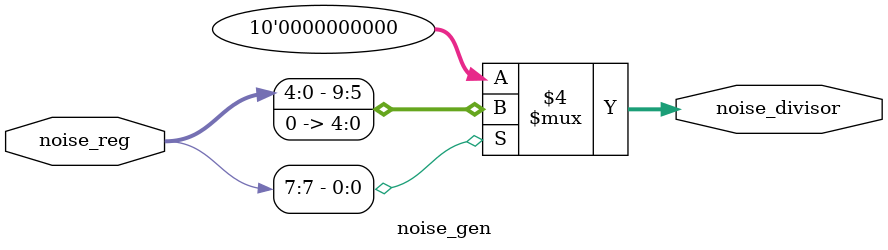
<source format=sv>

module noise_gen
  (input logic [7:0] noise_reg,
   output logic [9:0] noise_divisor);

   always_comb 
   begin
       if (noise_reg[7]) begin
           //divisor is 32*noise_reg[4:0] = 2^5 * noise_reg[4:0]
           noise_divisor = noise_reg[5:0] << 5;
       end 
       else begin
           // noise not enabled, divisor is 0 
           noise_divisor = 10'd0;
       end 
   end

endmodule 

</source>
